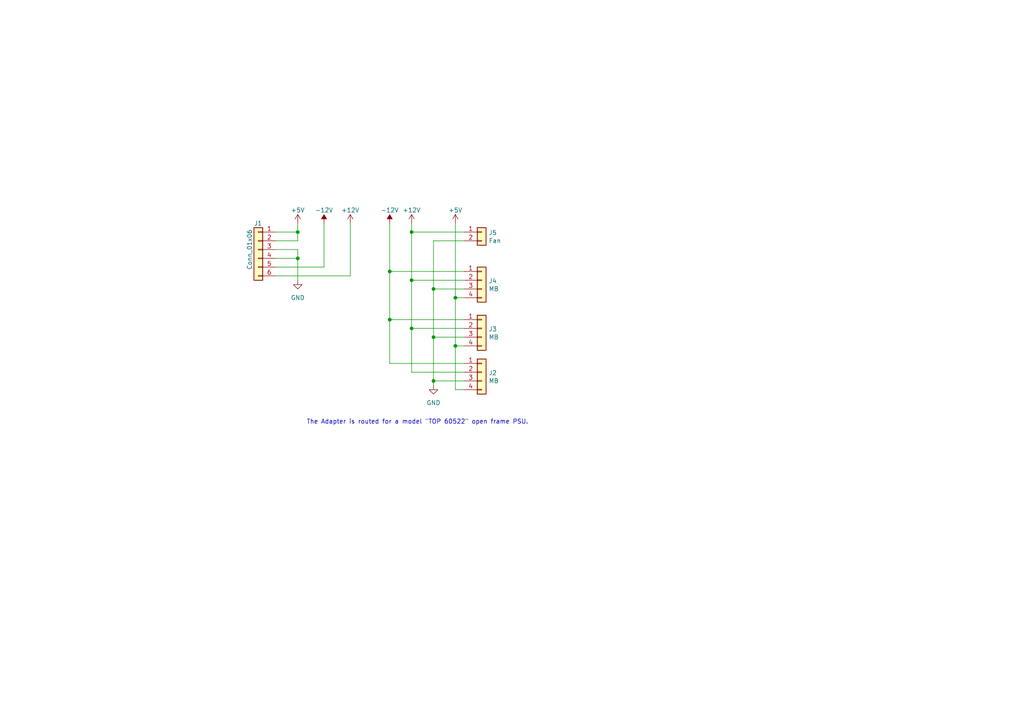
<source format=kicad_sch>
(kicad_sch (version 20230121) (generator eeschema)
  (paper "A4")
  (title_block (title "Nabu Power Adapter") (date "2023-08-08") (rev "1") (company "Atkelar"))
  (lib_symbols
    (symbol "Connector_Generic:Conn_01x02" (pin_names (offset 1.016) hide)
      (property "Reference" "J" (at 0 2.54 0))
      (property "Value" "Conn_01x02" (at 0 -5.08 0))
      (symbol "Conn_01x02_1_1"
        (rectangle (start -1.27 -2.413) (end 0 -2.667) (stroke (width 0.1524)))
        (rectangle (start -1.27 0.127) (end 0 -0.127) (stroke (width 0.1524)))
        (rectangle (start -1.27 1.27) (end 1.27 -3.81) (stroke (width 0.254)) (fill (type background)))
        (pin passive line (at -5.08 0 0) (length 3.81) (name "Pin_1") (number "1"))
        (pin passive line (at -5.08 -2.54 0) (length 3.81) (name "Pin_2") (number "2"))
      )
    )
    (symbol "Connector_Generic:Conn_01x04" (pin_names (offset 1.016) hide)
      (property "Reference" "J" (at 0 5.08 0))
      (property "Value" "Conn_01x04" (at 0 -7.62 0))
      (symbol "Conn_01x04_1_1"
        (rectangle (start -1.27 -4.953) (end 0 -5.207) (stroke (width 0.1524)))
        (rectangle (start -1.27 -2.413) (end 0 -2.667) (stroke (width 0.1524)))
        (rectangle (start -1.27 0.127) (end 0 -0.127) (stroke (width 0.1524)))
        (rectangle (start -1.27 2.667) (end 0 2.413) (stroke (width 0.1524)))
        (rectangle (start -1.27 3.81) (end 1.27 -6.35) (stroke (width 0.254)) (fill (type background)))
        (pin passive line (at -5.08 2.54 0) (length 3.81) (name "Pin_1") (number "1"))
        (pin passive line (at -5.08 0 0) (length 3.81) (name "Pin_2") (number "2"))
        (pin passive line (at -5.08 -2.54 0) (length 3.81) (name "Pin_3") (number "3"))
        (pin passive line (at -5.08 -5.08 0) (length 3.81) (name "Pin_4") (number "4"))
      )
    )
    (symbol "Connector_Generic:Conn_01x06" (pin_names (offset 1.016) hide)
      (property "Reference" "J" (at 0 7.62 0))
      (property "Value" "Conn_01x06" (at 0 -10.16 0))
      (symbol "Conn_01x06_1_1"
        (rectangle (start -1.27 -7.493) (end 0 -7.747) (stroke (width 0.1524)))
        (rectangle (start -1.27 -4.953) (end 0 -5.207) (stroke (width 0.1524)))
        (rectangle (start -1.27 -2.413) (end 0 -2.667) (stroke (width 0.1524)))
        (rectangle (start -1.27 0.127) (end 0 -0.127) (stroke (width 0.1524)))
        (rectangle (start -1.27 2.667) (end 0 2.413) (stroke (width 0.1524)))
        (rectangle (start -1.27 5.207) (end 0 4.953) (stroke (width 0.1524)))
        (rectangle (start -1.27 6.35) (end 1.27 -8.89) (stroke (width 0.254)) (fill (type background)))
        (pin passive line (at -5.08 5.08 0) (length 3.81) (name "Pin_1") (number "1"))
        (pin passive line (at -5.08 2.54 0) (length 3.81) (name "Pin_2") (number "2"))
        (pin passive line (at -5.08 0 0) (length 3.81) (name "Pin_3") (number "3"))
        (pin passive line (at -5.08 -2.54 0) (length 3.81) (name "Pin_4") (number "4"))
        (pin passive line (at -5.08 -5.08 0) (length 3.81) (name "Pin_5") (number "5"))
        (pin passive line (at -5.08 -7.62 0) (length 3.81) (name "Pin_6") (number "6"))
      )
    )
    (symbol "power:+12V" (power) (pin_names (offset 0))
      (property "Value" "+12V" (at 0 3.556 0))
      (symbol "+12V_0_1"
        (polyline (pts (xy -0.762 1.27) (xy 0 2.54)))
        (polyline (pts (xy 0 0) (xy 0 2.54)))
        (polyline (pts (xy 0 2.54) (xy 0.762 1.27)))
      )
      (symbol "+12V_1_1"
        (pin power_in line (at 0 0 90) (length 0) hide (name "+12V") (number "1"))
      )
    )
    (symbol "power:+5V" (power) (pin_names (offset 0))
      (property "Value" "+5V" (at 0 3.556 0))
      (symbol "+5V_0_1"
        (polyline (pts (xy -0.762 1.27) (xy 0 2.54)))
        (polyline (pts (xy 0 0) (xy 0 2.54)))
        (polyline (pts (xy 0 2.54) (xy 0.762 1.27)))
      )
      (symbol "+5V_1_1"
        (pin power_in line (at 0 0 90) (length 0) hide (name "+5V") (number "1"))
      )
    )
    (symbol "power:-12V" (power) (pin_names (offset 0))
      (property "Value" "-12V" (at 0 3.81 0))
      (symbol "-12V_0_0"
        (pin power_in line (at 0 0 90) (length 0) hide (name "-12V") (number "1"))
      )
      (symbol "-12V_0_1"
        (polyline (pts (xy 0 0) (xy 0 1.27) (xy 0.762 1.27) (xy 0 2.54) (xy -0.762 1.27) (xy 0 1.27)) (fill (type outline)))
      )
    )
    (symbol "power:GND" (power) (pin_names (offset 0))
      (property "Value" "GND" (at 0 -3.81 0))
      (symbol "GND_0_1"
        (polyline (pts (xy 0 0) (xy 0 -1.27) (xy 1.27 -1.27) (xy 0 -2.54) (xy -1.27 -1.27) (xy 0 -1.27)))
      )
      (symbol "GND_1_1"
        (pin power_in line (at 0 0 270) (length 0) hide (name "GND") (number "1"))
      )
    )
  )
  (junction (at 125.73 97.79))
  (junction (at 113.03 92.71))
  (junction (at 119.38 95.25))
  (junction (at 132.08 100.33))
  (junction (at 125.73 83.82))
  (junction (at 113.03 78.74))
  (junction (at 119.38 81.28))
  (junction (at 132.08 86.36))
  (junction (at 119.38 67.31))
  (junction (at 125.73 110.49))
  (junction (at 86.36 67.31))
  (junction (at 86.36 74.93))
  (wire (pts (xy 80.01 67.31) (xy 86.36 67.31)))
  (wire (pts (xy 86.36 74.93) (xy 80.01 74.93)))
  (wire (pts (xy 86.36 64.77) (xy 86.36 67.31)))
  (wire (pts (xy 101.6 80.01) (xy 80.01 80.01)))
  (wire (pts (xy 132.08 64.77) (xy 132.08 86.36)))
  (wire (pts (xy 119.38 81.28) (xy 134.62 81.28)))
  (wire (pts (xy 101.6 64.77) (xy 101.6 80.01)))
  (wire (pts (xy 86.36 74.93) (xy 86.36 72.39)))
  (wire (pts (xy 125.73 83.82) (xy 134.62 83.82)))
  (wire (pts (xy 119.38 95.25) (xy 119.38 107.95)))
  (wire (pts (xy 119.38 81.28) (xy 119.38 95.25)))
  (wire (pts (xy 119.38 64.77) (xy 119.38 67.31)))
  (wire (pts (xy 113.03 78.74) (xy 134.62 78.74)))
  (wire (pts (xy 80.01 72.39) (xy 86.36 72.39)))
  (wire (pts (xy 113.03 64.77) (xy 113.03 78.74)))
  (wire (pts (xy 86.36 69.85) (xy 80.01 69.85)))
  (wire (pts (xy 93.98 77.47) (xy 80.01 77.47)))
  (wire (pts (xy 86.36 81.28) (xy 86.36 74.93)))
  (wire (pts (xy 125.73 97.79) (xy 134.62 97.79)))
  (wire (pts (xy 86.36 67.31) (xy 86.36 69.85)))
  (wire (pts (xy 113.03 78.74) (xy 113.03 92.71)))
  (wire (pts (xy 125.73 111.76) (xy 125.73 110.49)))
  (wire (pts (xy 119.38 67.31) (xy 119.38 81.28)))
  (wire (pts (xy 125.73 69.85) (xy 125.73 83.82)))
  (wire (pts (xy 125.73 69.85) (xy 134.62 69.85)))
  (wire (pts (xy 119.38 95.25) (xy 134.62 95.25)))
  (wire (pts (xy 119.38 107.95) (xy 134.62 107.95)))
  (wire (pts (xy 113.03 92.71) (xy 113.03 105.41)))
  (wire (pts (xy 132.08 100.33) (xy 134.62 100.33)))
  (wire (pts (xy 119.38 67.31) (xy 134.62 67.31)))
  (wire (pts (xy 113.03 105.41) (xy 134.62 105.41)))
  (wire (pts (xy 125.73 83.82) (xy 125.73 97.79)))
  (wire (pts (xy 132.08 100.33) (xy 132.08 113.03)))
  (wire (pts (xy 93.98 64.77) (xy 93.98 77.47)))
  (wire (pts (xy 132.08 113.03) (xy 134.62 113.03)))
  (wire (pts (xy 125.73 110.49) (xy 134.62 110.49)))
  (wire (pts (xy 132.08 86.36) (xy 132.08 100.33)))
  (wire (pts (xy 113.03 92.71) (xy 134.62 92.71)))
  (wire (pts (xy 125.73 97.79) (xy 125.73 110.49)))
  (wire (pts (xy 132.08 86.36) (xy 134.62 86.36)))
  (text "The Adapter is routed for a model \"TOP 60522\" open frame PSU." (at 88.9 123.19 0) (effects (font (size 1.27 1.27)) (justify left bottom)))
  (symbol (lib_id "Connector_Generic:Conn_01x04") (at 139.7 81.28 0) (unit 1)
    (property "Reference" "J4" (at 141.732 81.4832 0) (effects (justify left)))
    (property "Value" "MB" (at 141.732 83.7946 0) (effects (justify left)))
    (property "Footprint" "Connector_PinHeader_2.54mm:PinHeader_1x04_P2.54mm_Horizontal" (effects hide))
  )
  (symbol (lib_id "Connector_Generic:Conn_01x04") (at 139.7 95.25 0) (unit 1)
    (property "Reference" "J3" (at 141.732 95.4532 0) (effects (justify left)))
    (property "Value" "MB" (at 141.732 97.7646 0) (effects (justify left)))
    (property "Footprint" "Connector_PinHeader_2.54mm:PinHeader_1x04_P2.54mm_Horizontal" (effects hide))
  )
  (symbol (lib_id "Connector_Generic:Conn_01x04") (at 139.7 107.95 0) (unit 1)
    (property "Reference" "J2" (at 141.732 108.1532 0) (effects (justify left)))
    (property "Value" "MB" (at 141.732 110.4646 0) (effects (justify left)))
    (property "Footprint" "Connector_PinHeader_2.54mm:PinHeader_1x04_P2.54mm_Horizontal" (effects hide))
  )
  (symbol (lib_id "Connector_Generic:Conn_01x02") (at 139.7 67.31 0) (unit 1)
    (property "Reference" "J5" (at 141.732 67.5132 0) (effects (justify left)))
    (property "Value" "Fan" (at 141.732 69.8246 0) (effects (justify left)))
    (property "Footprint" "Connector_PinHeader_2.54mm:PinHeader_1x02_P2.54mm_Vertical" (effects hide))
  )
  (symbol (lib_id "power:+12V") (at 101.6 64.77 0) (unit 1)
    (property "Reference" "#PWR03" (effects hide))
    (property "Value" "+12V" (at 101.6 60.96 0))
  )
  (symbol (lib_id "Connector_Generic:Conn_01x06") (at 74.93 72.39 0) (mirror y) (unit 1)
    (property "Reference" "J1" (at 73.66 64.77 0) (effects (justify right)))
    (property "Value" "Conn_01x06" (at 72.39 72.39 90))
    (property "Footprint" "Connector_Phoenix_MC:PhoenixContact_MCV_1,5_6-G-3.81_1x06_P3.81mm_Vertical" (effects hide))
  )
  (symbol (lib_id "power:+5V") (at 132.08 64.77 0) (unit 1)
    (property "Reference" "#PWR05" (effects hide))
    (property "Value" "+5V" (at 132.08 60.96 0))
  )
  (symbol (lib_id "power:-12V") (at 93.98 64.77 0) (unit 1)
    (property "Reference" "#PWR04" (effects hide))
    (property "Value" "-12V" (at 93.98 60.96 0))
  )
  (symbol (lib_id "power:+12V") (at 119.38 64.77 0) (unit 1)
    (property "Reference" "#PWR08" (effects hide))
    (property "Value" "+12V" (at 119.38 60.96 0))
  )
  (symbol (lib_id "power:GND") (at 86.36 81.28 0) (unit 1)
    (property "Reference" "#PWR02" (effects hide))
    (property "Value" "GND" (at 86.36 86.36 0))
  )
  (symbol (lib_id "power:GND") (at 125.73 111.76 0) (unit 1)
    (property "Reference" "#PWR06" (effects hide))
    (property "Value" "GND" (at 125.73 116.84 0))
  )
  (symbol (lib_id "power:-12V") (at 113.03 64.77 0) (unit 1)
    (property "Reference" "#PWR07" (effects hide))
    (property "Value" "-12V" (at 113.03 60.96 0))
  )
  (symbol (lib_id "power:+5V") (at 86.36 64.77 0) (unit 1)
    (property "Reference" "#PWR01" (effects hide))
    (property "Value" "+5V" (at 86.36 60.96 0))
  )
)
</source>
